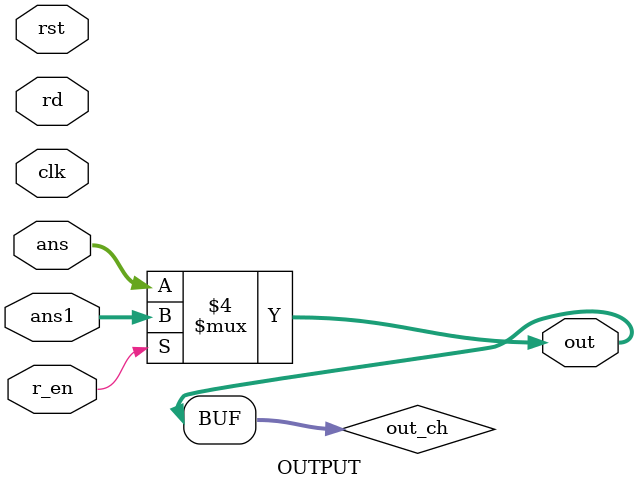
<source format=v>
module OUTPUT(
  input clk,rst,r_en,
  input [31:0] ans,ans1,
  input [4:0] rd,
  output [31:0] out
);
  //assign out = reg_file[rd];
  reg [31:0] out_ch;
  always@(*)
     begin
       if (r_en == 1)
         out_ch=ans1;
       else
         out_ch=ans;
      end
  assign out=out_ch;
 endmodule

</source>
